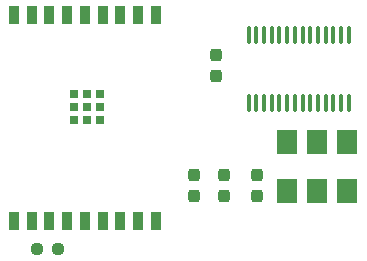
<source format=gtp>
G04 #@! TF.GenerationSoftware,KiCad,Pcbnew,8.0.3*
G04 #@! TF.CreationDate,2024-06-16T13:56:31+02:00*
G04 #@! TF.ProjectId,UPET-Wifi,55504554-2d57-4696-9669-2e6b69636164,rev?*
G04 #@! TF.SameCoordinates,Original*
G04 #@! TF.FileFunction,Paste,Top*
G04 #@! TF.FilePolarity,Positive*
%FSLAX46Y46*%
G04 Gerber Fmt 4.6, Leading zero omitted, Abs format (unit mm)*
G04 Created by KiCad (PCBNEW 8.0.3) date 2024-06-16 13:56:31*
%MOMM*%
%LPD*%
G01*
G04 APERTURE LIST*
G04 Aperture macros list*
%AMRoundRect*
0 Rectangle with rounded corners*
0 $1 Rounding radius*
0 $2 $3 $4 $5 $6 $7 $8 $9 X,Y pos of 4 corners*
0 Add a 4 corners polygon primitive as box body*
4,1,4,$2,$3,$4,$5,$6,$7,$8,$9,$2,$3,0*
0 Add four circle primitives for the rounded corners*
1,1,$1+$1,$2,$3*
1,1,$1+$1,$4,$5*
1,1,$1+$1,$6,$7*
1,1,$1+$1,$8,$9*
0 Add four rect primitives between the rounded corners*
20,1,$1+$1,$2,$3,$4,$5,0*
20,1,$1+$1,$4,$5,$6,$7,0*
20,1,$1+$1,$6,$7,$8,$9,0*
20,1,$1+$1,$8,$9,$2,$3,0*%
G04 Aperture macros list end*
%ADD10RoundRect,0.237500X0.237500X-0.300000X0.237500X0.300000X-0.237500X0.300000X-0.237500X-0.300000X0*%
%ADD11R,0.700000X0.700000*%
%ADD12R,0.900000X1.500000*%
%ADD13RoundRect,0.100000X0.100000X-0.637500X0.100000X0.637500X-0.100000X0.637500X-0.100000X-0.637500X0*%
%ADD14RoundRect,0.237500X-0.250000X-0.237500X0.250000X-0.237500X0.250000X0.237500X-0.250000X0.237500X0*%
%ADD15R,1.800000X2.000000*%
G04 APERTURE END LIST*
D10*
X146367500Y-101827500D03*
X146367500Y-100102500D03*
D11*
X130862500Y-95390000D03*
X131962500Y-95390000D03*
X133062500Y-95390000D03*
X130862500Y-94290000D03*
X131962500Y-94290000D03*
X133062500Y-94290000D03*
X130862500Y-93190000D03*
X131962500Y-93190000D03*
X133062500Y-93190000D03*
D12*
X125762500Y-104000000D03*
X127262500Y-104000000D03*
X128762500Y-104000000D03*
X130262500Y-104000000D03*
X131762500Y-104000000D03*
X133262500Y-104000000D03*
X134762500Y-104000000D03*
X136262500Y-104000000D03*
X137762500Y-104000000D03*
X137762500Y-86500000D03*
X136262500Y-86500000D03*
X134762500Y-86500000D03*
X133262500Y-86500000D03*
X131762500Y-86500000D03*
X130262500Y-86500000D03*
X128762500Y-86500000D03*
X127262500Y-86500000D03*
X125762500Y-86500000D03*
D13*
X145635000Y-93985000D03*
X146285000Y-93985000D03*
X146935000Y-93985000D03*
X147585000Y-93985000D03*
X148235000Y-93985000D03*
X148885000Y-93985000D03*
X149535000Y-93985000D03*
X150185000Y-93985000D03*
X150835000Y-93985000D03*
X151485000Y-93985000D03*
X152135000Y-93985000D03*
X152785000Y-93985000D03*
X153435000Y-93985000D03*
X154085000Y-93985000D03*
X154085000Y-88260000D03*
X153435000Y-88260000D03*
X152785000Y-88260000D03*
X152135000Y-88260000D03*
X151485000Y-88260000D03*
X150835000Y-88260000D03*
X150185000Y-88260000D03*
X149535000Y-88260000D03*
X148885000Y-88260000D03*
X148235000Y-88260000D03*
X147585000Y-88260000D03*
X146935000Y-88260000D03*
X146285000Y-88260000D03*
X145635000Y-88260000D03*
D14*
X127675000Y-106362500D03*
X129500000Y-106362500D03*
D10*
X142875000Y-91667500D03*
X142875000Y-89942500D03*
X143510000Y-101827500D03*
X143510000Y-100102500D03*
X140970000Y-101827500D03*
X140970000Y-100102500D03*
D15*
X148907500Y-101477500D03*
X151447500Y-101477500D03*
X153987500Y-101477500D03*
X153987500Y-97277500D03*
X151447500Y-97277500D03*
X148907500Y-97277500D03*
M02*

</source>
